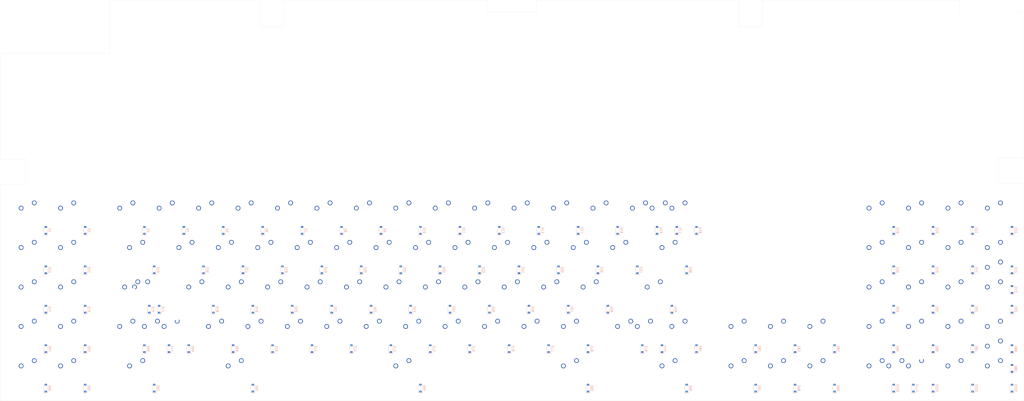
<source format=kicad_pcb>
(kicad_pcb (version 20241229) (generator "pcbnew") (generator_version "9.0")
  (title_block (title "KEYrschwein") (date "2025-12-23") (company "KKLabs"))
  (layers (0 "F.Cu" signal) (2 "B.Cu" signal) (13 "F.Paste" user) (15 "B.Paste" user) (5 "F.SilkS" user "F.Silkscreen") (7 "B.SilkS" user "B.Silkscreen") (1 "F.Mask" user) (3 "B.Mask" user) (25 "Edge.Cuts" user))
  (net 0 "")
  (net 2 "Net-(D1-A)")
  (net 3 "Net-(D2-A)")
  (net 6 "Net-(D3-A)")
  (net 7 "Net-(D4-A)")
  (net 9 "Net-(D5-A)")
  (net 12 "Net-(D6-A)")
  (net 13 "Net-(D7-A)")
  (net 16 "Net-(D8-A)")
  (net 17 "Net-(D9-A)")
  (net 20 "Net-(D10-A)")
  (net 22 "Net-(D11-A)")
  (net 23 "Net-(D12-A)")
  (net 25 "Net-(D13-A)")
  (net 27 "Net-(D14-A)")
  (net 29 "Net-(D15-A)")
  (net 31 "Net-(D16-A)")
  (net 34 "Net-(D17-A)")
  (net 36 "Net-(D18-A)")
  (net 38 "Net-(D19-A)")
  (net 40 "Net-(D20-A)")
  (net 41 "Net-(D21-A)")
  (net 44 "Net-(D22-A)")
  (net 45 "Net-(D23-A)")
  (net 47 "Net-(D24-A)")
  (net 50 "Net-(D25-A)")
  (net 51 "Net-(D26-A)")
  (net 54 "Net-(D27-A)")
  (net 55 "Net-(D28-A)")
  (net 57 "Net-(D29-A)")
  (net 59 "Net-(D30-A)")
  (net 62 "Net-(D31-A)")
  (net 64 "Net-(D32-A)")
  (net 66 "Net-(D33-A)")
  (net 67 "Net-(D34-A)")
  (net 69 "Net-(D35-A)")
  (net 71 "Net-(D36-A)")
  (net 73 "Net-(D37-A)")
  (net 76 "Net-(D38-A)")
  (net 77 "Net-(D39-A)")
  (net 80 "Net-(D40-A)")
  (net 82 "Net-(D41-A)")
  (net 83 "Net-(D42-A)")
  (net 86 "Net-(D43-A)")
  (net 88 "Net-(D44-A)")
  (net 89 "Net-(D45-A)")
  (net 92 "Net-(D46-A)")
  (net 93 "Net-(D47-A)")
  (net 95 "Net-(D48-A)")
  (net 98 "Net-(D49-A)")
  (net 99 "Net-(D50-A)")
  (net 101 "Net-(D51-A)")
  (net 104 "Net-(D52-A)")
  (net 105 "Net-(D53-A)")
  (net 107 "Net-(D54-A)")
  (net 110 "Net-(D55-A)")
  (net 112 "Net-(D56-A)")
  (net 113 "Net-(D57-A)")
  (net 115 "Net-(D58-A)")
  (net 117 "Net-(D59-A)")
  (net 119 "Net-(D60-A)")
  (net 121 "Net-(D61-A)")
  (net 124 "Net-(D62-A)")
  (net 126 "Net-(D63-A)")
  (net 128 "Net-(D64-A)")
  (net 129 "Net-(D65-A)")
  (net 132 "Net-(D66-A)")
  (net 133 "Net-(D67-A)")
  (net 136 "Net-(D68-A)")
  (net 137 "Net-(D69-A)")
  (net 140 "Net-(D70-A)")
  (net 141 "Net-(D71-A)")
  (net 143 "Net-(D72-A)")
  (net 145 "Net-(D73-A)")
  (net 147 "Net-(D74-A)")
  (net 150 "Net-(D75-A)")
  (net 152 "Net-(D76-A)")
  (net 154 "Net-(D77-A)")
  (net 155 "Net-(D78-A)")
  (net 157 "Net-(D79-A)")
  (net 160 "Net-(D80-A)")
  (net 161 "Net-(D81-A)")
  (net 164 "Net-(D82-A)")
  (net 166 "Net-(D83-A)")
  (net 168 "Net-(D84-A)")
  (net 170 "Net-(D85-A)")
  (net 172 "Net-(D86-A)")
  (net 173 "Net-(D87-A)")
  (net 176 "Net-(D88-A)")
  (net 177 "Net-(D89-A)")
  (net 179 "Net-(D90-A)")
  (net 181 "Net-(D91-A)")
  (net 183 "Net-(D92-A)")
  (net 185 "Net-(D93-A)")
  (net 187 "Net-(D94-A)")
  (net 190 "Net-(D95-A)")
  (net 192 "Net-(D96-A)")
  (net 193 "Net-(D97-A)")
  (net 195 "Net-(D98-A)")
  (net 198 "Net-(D99-A)")
  (net 200 "Net-(D100-A)")
  (net 201 "Net-(D101-A)")
  (net 203 "Net-(D102-A)")
  (net 205 "Net-(D103-A)")
  (net 207 "Net-(D104-A)")
  (footprint "My-Fi Footprints:STAB_MX_2.75u" (layer "F.Cu") (at 362.55625 193.96)
    (property "Reference" "S80" (hide yes))
    (property "Value" "MX_stab")
  )
  (footprint "My-Fi Footprints:STAB_MX_2u" (layer "F.Cu") (at 484 213.01)
    (property "Reference" "S101" (hide yes))
    (property "Value" "MX_stab")
  )
  (footprint "My-Fi Footprints:SW_MX_1u" (layer "F.Cu") (at 493.525 155.86)
    (property "Reference" "MX40" (hide yes))
    (property "Value" "MX_SW_solder")
  )
  (footprint "My-Fi Footprints:SW_MX_1u" (layer "F.Cu") (at 64.9 213.01)
    (property "Reference" "MX90" (hide yes))
    (property "Value" "MX_SW_solder")
  )
  (footprint "My-Fi Footprints:SW_MX_1u" (layer "F.Cu") (at 64.9 193.96)
    (property "Reference" "MX64" (hide yes))
    (property "Value" "MX_SW_solder")
  )
  (footprint "My-Fi Footprints:SW_MX_1u" (layer "F.Cu") (at 336.3625 174.91)
    (property "Reference" "MX58" (hide yes))
    (property "Value" "MX_SW_solder")
  )
  (footprint "My-Fi Footprints:SW_MX_1u" (layer "F.Cu") (at 474.475 155.86)
    (property "Reference" "MX39" (hide yes))
    (property "Value" "MX_SW_solder")
  )
  (footprint "My-Fi Footprints:SW_MX_1u" (layer "F.Cu") (at 445.9 213.01)
    (property "Reference" "MX99" (hide yes))
    (property "Value" "MX_SW_solder")
  )
  (footprint "My-Fi Footprints:SW_MX_1u" (layer "F.Cu") (at 531.625 203.485)
    (property "Reference" "MX89" (hide yes))
    (property "Value" "MX_SW_solder")
  )
  (footprint "My-Fi Footprints:SW_MX_1u" (layer "F.Cu") (at 367.31875 174.91)
    (property "Reference" "MX59" (hide yes))
    (property "Value" "MX_SW_solder")
  )
  (footprint "My-Fi Footprints:STAB_MX_2.25u" (layer "F.Cu") (at 367.31875 174.91 180)
    (property "Reference" "S59" (hide yes))
    (property "Value" "MX_stab")
  )
  (footprint "My-Fi Footprints:STAB_MX_2u" (layer "F.Cu") (at 369.7 136.81 180)
    (property "Reference" "S17" (hide yes))
    (property "Value" "MX_stab")
  )
  (footprint "My-Fi Footprints:SW_MX_1u" (layer "F.Cu") (at 141.1 155.86)
    (property "Reference" "MX26" (hide yes))
    (property "Value" "MX_SW_solder")
  )
  (footprint "My-Fi Footprints:SW_MX_1.5u" (layer "F.Cu") (at 374.4625 213.01)
    (property "Reference" "MX96" (hide yes))
    (property "Value" "MX_SW_solder")
  )
  (footprint "My-Fi Footprints:SW_MX_1u" (layer "F.Cu") (at 217.3 155.86)
    (property "Reference" "MX30" (hide yes))
    (property "Value" "MX_SW_solder")
  )
  (footprint "My-Fi Footprints:SW_MX_1u" (layer "F.Cu") (at 474.475 213.01)
    (property "Reference" "MX100" (hide yes))
    (property "Value" "MX_SW_solder")
  )
  (footprint "My-Fi Footprints:SW_MX_1u" (layer "F.Cu") (at 183.9625 174.91)
    (property "Reference" "MX50" (hide yes))
    (property "Value" "MX_SW_solder")
  )
  (footprint "My-Fi Footprints:SW_MX_1u" (layer "F.Cu") (at 484 213.01)
    (property "Reference" "MX101" (hide yes))
    (property "Value" "MX_SW_solder")
  )
  (footprint "My-Fi Footprints:SW_MX_1u" (layer "F.Cu") (at 236.35 155.86)
    (property "Reference" "MX31" (hide yes))
    (property "Value" "MX_SW_solder")
  )
  (footprint "My-Fi Footprints:SW_MX_1u" (layer "F.Cu") (at 426.85 213.01)
    (property "Reference" "MX98" (hide yes))
    (property "Value" "MX_SW_solder")
  )
  (footprint "My-Fi Footprints:SW_MX_1.5u" (layer "F.Cu") (at 164.9125 213.01)
    (property "Reference" "MX93" (hide yes))
    (property "Value" "MX_SW_solder")
  )
  (footprint "My-Fi Footprints:SW_MX_1u" (layer "F.Cu") (at 64.9 174.91)
    (property "Reference" "MX44" (hide yes))
    (property "Value" "MX_SW_solder")
  )
  (footprint "My-Fi Footprints:SW_MX_1u" (layer "F.Cu") (at 188.725 136.81)
    (property "Reference" "MX7" (hide yes))
    (property "Value" "MX_SW_solder")
  )
  (footprint "My-Fi Footprints:SW_MX_1u" (layer "F.Cu") (at 512.575 174.91)
    (property "Reference" "MX62" (hide yes))
    (property "Value" "MX_SW_solder")
  )
  (footprint "My-Fi Footprints:SW_MX_1u" (layer "F.Cu") (at 326.8375 193.96)
    (property "Reference" "MX78" (hide yes))
    (property "Value" "MX_SW_solder")
  )
  (footprint "My-Fi Footprints:SW_MX_1u" (layer "F.Cu") (at 288.7375 193.96)
    (property "Reference" "MX76" (hide yes))
    (property "Value" "MX_SW_solder")
  )
  (footprint "My-Fi Footprints:SW_MX_1u" (layer "F.Cu") (at 362.55625 193.96)
    (property "Reference" "MX80" (hide yes))
    (property "Value" "MX_SW_solder")
  )
  (footprint "My-Fi Footprints:SW_MX_1u" (layer "F.Cu") (at 150.625 136.81)
    (property "Reference" "MX5" (hide yes))
    (property "Value" "MX_SW_solder")
  )
  (footprint "My-Fi Footprints:SW_MX_1u" (layer "F.Cu") (at 360.175 136.81)
    (property "Reference" "MX16" (hide yes))
    (property "Value" "MX_SW_solder")
  )
  (footprint "My-Fi Footprints:SW_MX_1u" (layer "F.Cu") (at 83.95 136.81)
    (property "Reference" "MX2" (hide yes))
    (property "Value" "MX_SW_solder")
  )
  (footprint "My-Fi Footprints:SW_MX_1u" (layer "F.Cu") (at 222.0625 174.91)
    (property "Reference" "MX52" (hide yes))
    (property "Value" "MX_SW_solder")
  )
  (footprint "My-Fi Footprints:SW_MX_1u" (layer "F.Cu") (at 512.575 155.86)
    (property "Reference" "MX41" (hide yes))
    (property "Value" "MX_SW_solder")
  )
  (footprint "My-Fi Footprints:SW_MX_1u" (layer "F.Cu") (at 226.825 136.81)
    (property "Reference" "MX9" (hide yes))
    (property "Value" "MX_SW_solder")
  )
  (footprint "My-Fi Footprints:SW_MX_1u" (layer "F.Cu") (at 283.975 136.81)
    (property "Reference" "MX12" (hide yes))
    (property "Value" "MX_SW_solder")
  )
  (footprint "My-Fi Footprints:SW_MX_1u" (layer "F.Cu") (at 112.525 193.96)
    (property "Reference" "MX66" (hide yes))
    (property "Value" "MX_SW_solder")
  )
  (footprint "My-Fi Footprints:STAB_MX_2u" (layer "F.Cu") (at 531.625 203.485 -90)
    (property "Reference" "S89" (hide yes))
    (property "Value" "MX_stab")
  )
  (footprint "My-Fi Footprints:SW_MX_1u" (layer "F.Cu") (at 164.9125 174.91)
    (property "Reference" "MX49" (hide yes))
    (property "Value" "MX_SW_solder")
  )
  (footprint "My-Fi Footprints:SW_MX_1u" (layer "F.Cu") (at 369.7 136.81)
    (property "Reference" "MX17" (hide yes))
    (property "Value" "MX_SW_solder")
  )
  (footprint "My-Fi Footprints:SW_MX_1u" (layer "F.Cu") (at 474.475 136.81)
    (property "Reference" "MX19" (hide yes))
    (property "Value" "MX_SW_solder")
  )
  (footprint "My-Fi Footprints:SW_MX_1u" (layer "F.Cu") (at 250.6375 193.96)
    (property "Reference" "MX74" (hide yes))
    (property "Value" "MX_SW_solder")
  )
  (footprint "My-Fi Footprints:SW_MX_1u" (layer "F.Cu") (at 322.075 136.81)
    (property "Reference" "MX14" (hide yes))
    (property "Value" "MX_SW_solder")
  )
  (footprint "My-Fi Footprints:SW_MX_1u" (layer "F.Cu") (at 193.4875 193.96)
    (property "Reference" "MX71" (hide yes))
    (property "Value" "MX_SW_solder")
  )
  (footprint "My-Fi Footprints:SW_MX_1u" (layer "F.Cu") (at 531.625 213.01)
    (property "Reference" "MX104" (hide yes))
    (property "Value" "MX_SW_solder")
  )
  (footprint "My-Fi Footprints:SW_MX_1u" (layer "F.Cu") (at 350.65 155.86)
    (property "Reference" "MX37" (hide yes))
    (property "Value" "MX_SW_solder")
  )
  (footprint "My-Fi Footprints:STAB_MX_2.25u" (layer "F.Cu") (at 124.43125 193.96)
    (property "Reference" "S67" (hide yes))
    (property "Value" "MX_stab")
  )
  (footprint "My-Fi Footprints:SW_MX_1u" (layer "F.Cu") (at 531.625 193.96)
    (property "Reference" "MX88" (hide yes))
    (property "Value" "MX_SW_solder")
  )
  (footprint "My-Fi Footprints:SW_MX_1u" (layer "F.Cu") (at 474.475 193.96)
    (property "Reference" "MX85" (hide yes))
    (property "Value" "MX_SW_solder")
  )
  (footprint "My-Fi Footprints:SW_MX_1u" (layer "F.Cu") (at 245.875 213.01)
    (property "Reference" "MX94" (hide yes))
    (property "Value" "MX_SW_solder")
  )
  (footprint "My-Fi Footprints:SW_MX_1.75u" (layer "F.Cu") (at 119.66875 174.91)
    (property "Reference" "MX47" (hide yes))
    (property "Value" "MX_SW_solder")
  )
  (footprint "My-Fi Footprints:STAB_MX_7u" (layer "F.Cu") (at 245.875 213.01)
    (property "Reference" "S94" (hide yes))
    (property "Value" "MX_stab")
  )
  (footprint "My-Fi Footprints:SW_MX_1.75u_STP_1.25" (layer "F.Cu") (at 114.90625 174.91)
    (property "Reference" "MX46" (hide yes))
    (property "Value" "MX_SW_solder")
  )
  (footprint "My-Fi Footprints:SW_MX_1u" (layer "F.Cu") (at 531.625 174.91)
    (property "Reference" "MX63" (hide yes))
    (property "Value" "MX_SW_solder")
  )
  (footprint "My-Fi Footprints:SW_MX_1u" (layer "F.Cu") (at 269.6875 193.96)
    (property "Reference" "MX75" (hide yes))
    (property "Value" "MX_SW_solder")
  )
  (footprint "My-Fi Footprints:SW_MX_1u" (layer "F.Cu") (at 493.525 174.91)
    (property "Reference" "MX61" (hide yes))
    (property "Value" "MX_SW_solder")
  )
  (footprint "My-Fi Footprints:SW_MX_1u" (layer "F.Cu") (at 341.125 136.81)
    (property "Reference" "MX15" (hide yes))
    (property "Value" "MX_SW_solder")
  )
  (footprint "My-Fi Footprints:SW_MX_1u" (layer "F.Cu") (at 264.925 136.81)
    (property "Reference" "MX11" (hide yes))
    (property "Value" "MX_SW_solder")
  )
  (footprint "My-Fi Footprints:SW_MX_1.5u" (layer "F.Cu") (at 326.8375 213.01)
    (property "Reference" "MX95" (hide yes))
    (property "Value" "MX_SW_solder")
  )
  (footprint "My-Fi Footprints:SW_MX_1u" (layer "F.Cu") (at 124.43125 193.96)
    (property "Reference" "MX67" (hide yes))
    (property "Value" "MX_SW_solder")
  )
  (footprint "My-Fi Footprints:SW_MX_1u" (layer "F.Cu") (at 493.525 193.96)
    (property "Reference" "MX86" (hide yes))
    (property "Value" "MX_SW_solder")
  )
  (footprint "My-Fi Footprints:SW_MX_1u" (layer "F.Cu") (at 531.625 136.81)
    (property "Reference" "MX22" (hide yes))
    (property "Value" "MX_SW_solder")
  )
  (footprint "My-Fi Footprints:SW_MX_1u" (layer "F.Cu") (at 207.775 136.81)
    (property "Reference" "MX8" (hide yes))
    (property "Value" "MX_SW_solder")
  )
  (footprint "My-Fi Footprints:SW_MX_1u" (layer "F.Cu") (at 512.575 193.96)
    (property "Reference" "MX87" (hide yes))
    (property "Value" "MX_SW_solder")
  )
  (footprint "My-Fi Footprints:SW_MX_1.5u" (layer "F.Cu") (at 374.4625 155.86)
    (property "Reference" "MX38" (hide yes))
    (property "Value" "MX_SW_solder")
  )
  (footprint "My-Fi Footprints:SW_MX_1.5u" (layer "F.Cu") (at 117.2875 155.86)
    (property "Reference" "MX25" (hide yes))
    (property "Value" "MX_SW_solder")
  )
  (footprint "My-Fi Footprints:SW_MX_1u" (layer "F.Cu") (at 241.1125 174.91)
    (property "Reference" "MX53" (hide yes))
    (property "Value" "MX_SW_solder")
  )
  (footprint "My-Fi Footprints:SW_MX_1.5u" (layer "F.Cu") (at 117.2875 213.01)
    (property "Reference" "MX92" (hide yes))
    (property "Value" "MX_SW_solder")
  )
  (footprint "My-Fi Footprints:SW_MX_1u" (layer "F.Cu") (at 293.5 155.86)
    (property "Reference" "MX34" (hide yes))
    (property "Value" "MX_SW_solder")
  )
  (footprint "My-Fi Footprints:SW_MX_1u" (layer "F.Cu") (at 112.525 136.81)
    (property "Reference" "MX3" (hide yes))
    (property "Value" "MX_SW_solder")
  )
  (footprint "My-Fi Footprints:SW_MX_1u" (layer "F.Cu") (at 255.4 155.86)
    (property "Reference" "MX32" (hide yes))
    (property "Value" "MX_SW_solder")
  )
  (footprint "My-Fi Footprints:SW_MX_1u" (layer "F.Cu") (at 379.225 136.81)
    (property "Reference" "MX18" (hide yes))
    (property "Value" "MX_SW_solder")
  )
  (footprint "My-Fi Footprints:SW_MX_1u" (layer "F.Cu") (at 331.6 155.86)
    (property "Reference" "MX36" (hide yes))
    (property "Value" "MX_SW_solder")
  )
  (footprint "My-Fi Footprints:SW_MX_1u" (layer "F.Cu") (at 531.625 165.385)
    (property "Reference" "MX43" (hide yes))
    (property "Value" "MX_SW_solder")
  )
  (footprint "My-Fi Footprints:SW_MX_1u" (layer "F.Cu") (at 303.025 136.81)
    (property "Reference" "MX13" (hide yes))
    (property "Value" "MX_SW_solder")
  )
  (footprint "My-Fi Footprints:SW_MX_1u" (layer "F.Cu") (at 493.525 136.81)
    (property "Reference" "MX20" (hide yes))
    (property "Value" "MX_SW_solder")
  )
  (footprint "My-Fi Footprints:SW_MX_1.75u" (layer "F.Cu") (at 353.03125 193.96)
    (property "Reference" "MX79" (hide yes))
    (property "Value" "MX_SW_solder")
  )
  (footprint "My-Fi Footprints:SW_MX_1u" (layer "F.Cu") (at 131.575 136.81)
    (property "Reference" "MX4" (hide yes))
    (property "Value" "MX_SW_solder")
  )
  (footprint "My-Fi Footprints:SW_MX_1.25u" (layer "F.Cu") (at 133.95625 193.96)
    (property "Reference" "MX68" (hide yes))
    (property "Value" "MX_SW_solder")
  )
  (footprint "My-Fi Footprints:SW_MX_1u" (layer "F.Cu") (at 83.95 213.01)
    (property "Reference" "MX91" (hide yes))
    (property "Value" "MX_SW_solder")
  )
  (footprint "My-Fi Footprints:SW_MX_1u" (layer "F.Cu") (at 203.0125 174.91)
    (property "Reference" "MX51" (hide yes))
    (property "Value" "MX_SW_solder")
  )
  (footprint "My-Fi Footprints:SW_MX_1u" (layer "F.Cu") (at 317.3125 174.91)
    (property "Reference" "MX57" (hide yes))
    (property "Value" "MX_SW_solder")
  )
  (footprint "My-Fi Footprints:SW_MX_1u" (layer "F.Cu") (at 83.95 155.86)
    (property "Reference" "MX24" (hide yes))
    (property "Value" "MX_SW_solder")
  )
  (footprint "My-Fi Footprints:SW_MX_1u" (layer "F.Cu") (at 245.875 136.81)
    (property "Reference" "MX10" (hide yes))
    (property "Value" "MX_SW_solder")
  )
  (footprint "My-Fi Footprints:SW_MX_1u" (layer "F.Cu") (at 83.95 174.91)
    (property "Reference" "MX45" (hide yes))
    (property "Value" "MX_SW_solder")
  )
  (footprint "My-Fi Footprints:SW_MX_1u" (layer "F.Cu") (at 312.55 155.86)
    (property "Reference" "MX35" (hide yes))
    (property "Value" "MX_SW_solder")
  )
  (footprint "My-Fi Footprints:SW_MX_1u" (layer "F.Cu") (at 379.225 193.96)
    (property "Reference" "MX81" (hide yes))
    (property "Value" "MX_SW_solder")
  )
  (footprint "My-Fi Footprints:SW_MX_1u" (layer "F.Cu") (at 212.5375 193.96)
    (property "Reference" "MX72" (hide yes))
    (property "Value" "MX_SW_solder")
  )
  (footprint "My-Fi Footprints:SW_MX_1u" (layer "F.Cu") (at 231.5875 193.96)
    (property "Reference" "MX73" (hide yes))
    (property "Value" "MX_SW_solder")
  )
  (footprint "My-Fi Footprints:SW_MX_1u" (layer "F.Cu") (at 198.25 155.86)
    (property "Reference" "MX29" (hide yes))
    (property "Value" "MX_SW_solder")
  )
  (footprint "My-Fi Footprints:SW_MX_1u" (layer "F.Cu") (at 83.95 193.96)
    (property "Reference" "MX65" (hide yes))
    (property "Value" "MX_SW_solder")
  )
  (footprint "My-Fi Footprints:SW_MX_1u" (layer "F.Cu") (at 179.2 155.86)
    (property "Reference" "MX28" (hide yes))
    (property "Value" "MX_SW_solder")
  )
  (footprint "My-Fi Footprints:STAB_MX_2u" (layer "F.Cu") (at 531.625 165.385 -90)
    (property "Reference" "S43" (hide yes))
    (property "Value" "MX_stab")
  )
  (footprint "My-Fi Footprints:SW_MX_1u" (layer "F.Cu") (at 307.7875 193.96)
    (property "Reference" "MX77" (hide yes))
    (property "Value" "MX_SW_solder")
  )
  (footprint "My-Fi Footprints:SW_MX_1u" (layer "F.Cu") (at 512.575 213.01)
    (property "Reference" "MX103" (hide yes))
    (property "Value" "MX_SW_solder")
  )
  (footprint "My-Fi Footprints:SW_MX_1u" (layer "F.Cu") (at 298.2625 174.91)
    (property "Reference" "MX56" (hide yes))
    (property "Value" "MX_SW_solder")
  )
  (footprint "My-Fi Footprints:SW_MX_1u" (layer "F.Cu") (at 64.9 155.86)
    (property "Reference" "MX23" (hide yes))
    (property "Value" "MX_SW_solder")
  )
  (footprint "My-Fi Footprints:SW_MX_1u" (layer "F.Cu") (at 260.1625 174.91)
    (property "Reference" "MX54" (hide yes))
    (property "Value" "MX_SW_solder")
  )
  (footprint "My-Fi Footprints:SW_MX_1u" (layer "F.Cu") (at 407.8 213.01)
    (property "Reference" "MX97" (hide yes))
    (property "Value" "MX_SW_solder")
  )
  (footprint "My-Fi Footprints:SW_MX_1u" (layer "F.Cu") (at 474.475 174.91)
    (property "Reference" "MX60" (hide yes))
    (property "Value" "MX_SW_solder")
  )
  (footprint "My-Fi Footprints:SW_MX_1u" (layer "F.Cu") (at 169.675 136.81)
    (property "Reference" "MX6" (hide yes))
    (property "Value" "MX_SW_solder")
  )
  (footprint "My-Fi Footprints:SW_MX_1u" (layer "F.Cu") (at 160.15 155.86)
    (property "Reference" "MX27" (hide yes))
    (property "Value" "MX_SW_solder")
  )
  (footprint "My-Fi Footprints:SW_MX_1u" (layer "F.Cu") (at 493.525 213.01)
    (property "Reference" "MX102" (hide yes))
    (property "Value" "MX_SW_solder")
  )
  (footprint "My-Fi Footprints:SW_MX_1u" (layer "F.Cu") (at 64.9 136.81)
    (property "Reference" "MX1" (hide yes))
    (property "Value" "MX_SW_solder")
  )
  (footprint "My-Fi Footprints:SW_MX_1u" (layer "F.Cu") (at 407.8 193.96)
    (property "Reference" "MX82" (hide yes))
    (property "Value" "MX_SW_solder")
  )
  (footprint "My-Fi Footprints:SW_MX_1u" (layer "F.Cu") (at 174.4375 193.96)
    (property "Reference" "MX70" (hide yes))
    (property "Value" "MX_SW_solder")
  )
  (footprint "My-Fi Footprints:SW_MX_1u" (layer "F.Cu") (at 512.575 136.81)
    (property "Reference" "MX21" (hide yes))
    (property "Value" "MX_SW_solder")
  )
  (footprint "My-Fi Footprints:SW_MX_1u" (layer "F.Cu") (at 279.2125 174.91)
    (property "Reference" "MX55" (hide yes))
    (property "Value" "MX_SW_solder")
  )
  (footprint "My-Fi Footprints:SW_MX_1u" (layer "F.Cu") (at 445.9 193.96)
    (property "Reference" "MX84" (hide yes))
    (property "Value" "MX_SW_solder")
  )
  (footprint "My-Fi Footprints:SW_MX_1u" (layer "F.Cu") (at 145.8625 174.91)
    (property "Reference" "MX48" (hide yes))
    (property "Value" "MX_SW_solder")
  )
  (footprint "My-Fi Footprints:SW_MX_1u" (layer "F.Cu") (at 531.625 155.86)
    (property "Reference" "MX42" (hide yes))
    (property "Value" "MX_SW_solder")
  )
  (footprint "My-Fi Footprints:SW_MX_1u" (layer "F.Cu") (at 155.3875 193.96)
    (property "Reference" "MX69" (hide yes))
    (property "Value" "MX_SW_solder")
  )
  (footprint "My-Fi Footprints:SW_MX_1u" (layer "F.Cu") (at 426.85 193.96)
    (property "Reference" "MX83" (hide yes))
    (property "Value" "MX_SW_solder")
  )
  (footprint "My-Fi Footprints:SW_MX_1u" (layer "F.Cu") (at 274.45 155.86)
    (property "Reference" "MX33" (hide yes))
    (property "Value" "MX_SW_solder")
  )
  (footprint "Diode_SMD:D_SOD-123" (layer "B.Cu") (at 370.65625 202.149999 90)
    (property "Reference" "D80")
    (property "Value" "1N4148")
  )
  (footprint "Diode_SMD:D_SOD-123" (layer "B.Cu") (at 330.175 144.999999 90)
    (property "Reference" "D14")
    (property "Value" "1N4148")
  )
  (footprint "Diode_SMD:D_SOD-123" (layer "B.Cu") (at 539.725 221.199999 90)
    (property "Reference" "D104")
    (property "Value" "1N4148")
  )
  (footprint "Diode_SMD:D_SOD-123" (layer "B.Cu") (at 382.5625 164.049999 90)
    (property "Reference" "D38")
    (property "Value" "1N4148")
  )
  (footprint "Diode_SMD:D_SOD-123" (layer "B.Cu") (at 306.3625 183.099999 90)
    (property "Reference" "D56")
    (property "Value" "1N4148")
  )
  (footprint "Diode_SMD:D_SOD-123" (layer "B.Cu") (at 377.8 144.999999 90)
    (property "Reference" "D17")
    (property "Value" "1N4148")
  )
  (footprint "Diode_SMD:D_SOD-123" (layer "B.Cu") (at 120.625 202.149999 90)
    (property "Reference" "D66")
    (property "Value" "1N4148")
  )
  (footprint "Diode_SMD:D_SOD-123" (layer "B.Cu") (at 539.725 183.099999 90)
    (property "Reference" "D63")
    (property "Value" "1N4148")
  )
  (footprint "Diode_SMD:D_SOD-123" (layer "B.Cu") (at 73 221.199999 90)
    (property "Reference" "D90")
    (property "Value" "1N4148")
  )
  (footprint "Diode_SMD:D_SOD-123" (layer "B.Cu") (at 73 144.999999 90)
    (property "Reference" "D1")
    (property "Value" "1N4148")
  )
  (footprint "Diode_SMD:D_SOD-123" (layer "B.Cu") (at 501.625 164.049999 90)
    (property "Reference" "D40")
    (property "Value" "1N4148")
  )
  (footprint "Diode_SMD:D_SOD-123" (layer "B.Cu") (at 206.35 164.049999 90)
    (property "Reference" "D29")
    (property "Value" "1N4148")
  )
  (footprint "Diode_SMD:D_SOD-123" (layer "B.Cu") (at 249.2125 183.099999 90)
    (property "Reference" "D53")
    (property "Value" "1N4148")
  )
  (footprint "Diode_SMD:D_SOD-123" (layer "B.Cu") (at 158.725 144.999999 90)
    (property "Reference" "D5")
    (property "Value" "1N4148")
  )
  (footprint "Diode_SMD:D_SOD-123" (layer "B.Cu") (at 482.575 144.999999 90)
    (property "Reference" "D19")
    (property "Value" "1N4148")
  )
  (footprint "Diode_SMD:D_SOD-123" (layer "B.Cu") (at 282.55 164.049999 90)
    (property "Reference" "D33")
    (property "Value" "1N4148")
  )
  (footprint "Diode_SMD:D_SOD-123" (layer "B.Cu") (at 177.775 144.999999 90)
    (property "Reference" "D6")
    (property "Value" "1N4148")
  )
  (footprint "Diode_SMD:D_SOD-123" (layer "B.Cu") (at 73 164.049999 90)
    (property "Reference" "D23")
    (property "Value" "1N4148")
  )
  (footprint "Diode_SMD:D_SOD-123" (layer "B.Cu") (at 92.05 202.149999 90)
    (property "Reference" "D65")
    (property "Value" "1N4148")
  )
  (footprint "Diode_SMD:D_SOD-123" (layer "B.Cu") (at 520.675 144.999999 90)
    (property "Reference" "D21")
    (property "Value" "1N4148")
  )
  (footprint "Diode_SMD:D_SOD-123" (layer "B.Cu") (at 125.3875 164.049999 90)
    (property "Reference" "D25")
    (property "Value" "1N4148")
  )
  (footprint "Diode_SMD:D_SOD-123" (layer "B.Cu") (at 492.1 221.199999 90)
    (property "Reference" "D101")
    (property "Value" "1N4148")
  )
  (footprint "Diode_SMD:D_SOD-123" (layer "B.Cu") (at 311.125 144.999999 90)
    (property "Reference" "D13")
    (property "Value" "1N4148")
  )
  (footprint "Diode_SMD:D_SOD-123" (layer "B.Cu") (at 268.2625 183.099999 90)
    (property "Reference" "D54")
    (property "Value" "1N4148")
  )
  (footprint "Diode_SMD:D_SOD-123" (layer "B.Cu") (at 182.5375 202.149999 90)
    (property "Reference" "D70")
    (property "Value" "1N4148")
  )
  (footprint "Diode_SMD:D_SOD-123" (layer "B.Cu") (at 454 221.199999 90)
    (property "Reference" "D99")
    (property "Value" "1N4148")
  )
  (footprint "Diode_SMD:D_SOD-123" (layer "B.Cu") (at 501.625 202.149999 90)
    (property "Reference" "D86")
    (property "Value" "1N4148")
  )
  (footprint "Diode_SMD:D_SOD-123" (layer "B.Cu") (at 73 202.149999 90)
    (property "Reference" "D64")
    (property "Value" "1N4148")
  )
  (footprint "Diode_SMD:D_SOD-123" (layer "B.Cu") (at 132.53125 202.149999 90)
    (property "Reference" "D67")
    (property "Value" "1N4148")
  )
  (footprint "Diode_SMD:D_SOD-123" (layer "B.Cu") (at 520.675 221.199999 90)
    (property "Reference" "D103")
    (property "Value" "1N4148")
  )
  (footprint "Diode_SMD:D_SOD-123" (layer "B.Cu") (at 501.625 221.199999 90)
    (property "Reference" "D102")
    (property "Value" "1N4148")
  )
  (footprint "Diode_SMD:D_SOD-123" (layer "B.Cu") (at 539.725 144.999999 90)
    (property "Reference" "D22")
    (property "Value" "1N4148")
  )
  (footprint "Diode_SMD:D_SOD-123" (layer "B.Cu") (at 201.5875 202.149999 90)
    (property "Reference" "D71")
    (property "Value" "1N4148")
  )
  (footprint "Diode_SMD:D_SOD-123" (layer "B.Cu") (at 387.325 202.149999 90)
    (property "Reference" "D81")
    (property "Value" "1N4148")
  )
  (footprint "Diode_SMD:D_SOD-123" (layer "B.Cu") (at 501.625 144.999999 90)
    (property "Reference" "D20")
    (property "Value" "1N4148")
  )
  (footprint "Diode_SMD:D_SOD-123" (layer "B.Cu") (at 277.7875 202.149999 90)
    (property "Reference" "D75")
    (property "Value" "1N4148")
  )
  (footprint "Diode_SMD:D_SOD-123" (layer "B.Cu") (at 320.65 164.049999 90)
    (property "Reference" "D35")
    (property "Value" "1N4148")
  )
  (footprint "Diode_SMD:D_SOD-123" (layer "B.Cu") (at 387.325 144.999999 90)
    (property "Reference" "D18")
    (property "Value" "1N4148")
  )
  (footprint "Diode_SMD:D_SOD-123" (layer "B.Cu") (at 120.625 144.999999 90)
    (property "Reference" "D3")
    (property "Value" "1N4148")
  )
  (footprint "Diode_SMD:D_SOD-123" (layer "B.Cu") (at 325.4125 183.099999 90)
    (property "Reference" "D57")
    (property "Value" "1N4148")
  )
  (footprint "Diode_SMD:D_SOD-123" (layer "B.Cu") (at 334.9375 221.199999 90)
    (property "Reference" "D95")
    (property "Value" "1N4148")
  )
  (footprint "Diode_SMD:D_SOD-123" (layer "B.Cu") (at 173.0125 221.199999 90)
    (property "Reference" "D93")
    (property "Value" "1N4148")
  )
  (footprint "Diode_SMD:D_SOD-123" (layer "B.Cu") (at 334.9375 202.149999 90)
    (property "Reference" "D78")
    (property "Value" "1N4148")
  )
  (footprint "Diode_SMD:D_SOD-123" (layer "B.Cu") (at 434.95 202.149999 90)
    (property "Reference" "D83")
    (property "Value" "1N4148")
  )
  (footprint "Diode_SMD:D_SOD-123" (layer "B.Cu") (at 358.75 164.049999 90)
    (property "Reference" "D37")
    (property "Value" "1N4148")
  )
  (footprint "Diode_SMD:D_SOD-123" (layer "B.Cu") (at 315.8875 202.149999 90)
    (property "Reference" "D77")
    (property "Value" "1N4148")
  )
  (footprint "Diode_SMD:D_SOD-123" (layer "B.Cu") (at 92.05 164.049999 90)
    (property "Reference" "D24")
    (property "Value" "1N4148")
  )
  (footprint "Diode_SMD:D_SOD-123" (layer "B.Cu") (at 149.2 164.049999 90)
    (property "Reference" "D26")
    (property "Value" "1N4148")
  )
  (footprint "Diode_SMD:D_SOD-123" (layer "B.Cu") (at 263.5 164.049999 90)
    (property "Reference" "D32")
    (property "Value" "1N4148")
  )
  (footprint "Diode_SMD:D_SOD-123" (layer "B.Cu") (at 520.675 202.149999 90)
    (property "Reference" "D87")
    (property "Value" "1N4148")
  )
  (footprint "Diode_SMD:D_SOD-123" (layer "B.Cu") (at 244.45 164.049999 90)
    (property "Reference" "D31")
    (property "Value" "1N4148")
  )
  (footprint "Diode_SMD:D_SOD-123" (layer "B.Cu") (at 73 183.099999 90)
    (property "Reference" "D44")
    (property "Value" "1N4148")
  )
  (footprint "Diode_SMD:D_SOD-123" (layer "B.Cu") (at 375.41875 183.099999 90)
    (property "Reference" "D59")
    (property "Value" "1N4148")
  )
  (footprint "Diode_SMD:D_SOD-123" (layer "B.Cu") (at 196.825 144.999999 90)
    (property "Reference" "D7")
    (property "Value" "1N4148")
  )
  (footprint "Diode_SMD:D_SOD-123" (layer "B.Cu") (at 501.625 183.099999 90)
    (property "Reference" "D61")
    (property "Value" "1N4148")
  )
  (footprint "Diode_SMD:D_SOD-123" (layer "B.Cu") (at 482.575 183.099999 90)
    (property "Reference" "D60")
    (property "Value" "1N4148")
  )
  (footprint "Diode_SMD:D_SOD-123" (layer "B.Cu") (at 139.675 144.999999 90)
    (property "Reference" "D4")
    (property "Value" "1N4148")
  )
  (footprint "Diode_SMD:D_SOD-123" (layer "B.Cu") (at 187.3 164.049999 90)
    (property "Reference" "D28")
    (property "Value" "1N4148")
  )
  (footprint "Diode_SMD:D_SOD-123" (layer "B.Cu") (at 539.725 164.049999 90)
    (property "Reference" "D42")
    (property "Value" "1N4148")
  )
  (footprint "Diode_SMD:D_SOD-123" (layer "B.Cu") (at 415.9 202.149999 90)
    (property "Reference" "D82")
    (property "Value" "1N4148")
  )
  (footprint "Diode_SMD:D_SOD-123" (layer "B.Cu") (at 520.675 183.099999 90)
    (property "Reference" "D62")
    (property "Value" "1N4148")
  )
  (footprint "Diode_SMD:D_SOD-123" (layer "B.Cu") (at 211.1125 183.099999 90)
    (property "Reference" "D51")
    (property "Value" "1N4148")
  )
  (footprint "Diode_SMD:D_SOD-123" (layer "B.Cu") (at 192.0625 183.099999 90)
    (property "Reference" "D50")
    (property "Value" "1N4148")
  )
  (footprint "Diode_SMD:D_SOD-123" (layer "B.Cu") (at 520.675 164.049999 90)
    (property "Reference" "D41")
    (property "Value" "1N4148")
  )
  (footprint "Diode_SMD:D_SOD-123" (layer "B.Cu") (at 230.1625 183.099999 90)
    (property "Reference" "D52")
    (property "Value" "1N4148")
  )
  (footprint "Diode_SMD:D_SOD-123" (layer "B.Cu") (at 482.575 221.199999 90)
    (property "Reference" "D100")
    (property "Value" "1N4148")
  )
  (footprint "Diode_SMD:D_SOD-123" (layer "B.Cu") (at 273.025 144.999999 90)
    (property "Reference" "D11")
    (property "Value" "1N4148")
  )
  (footprint "Diode_SMD:D_SOD-123" (layer "B.Cu") (at 482.575 202.149999 90)
    (property "Reference" "D85")
    (property "Value" "1N4148")
  )
  (footprint "Diode_SMD:D_SOD-123" (layer "B.Cu") (at 454 202.149999 90)
    (property "Reference" "D84")
    (property "Value" "1N4148")
  )
  (footprint "Diode_SMD:D_SOD-123" (layer "B.Cu") (at 287.3125 183.099999 90)
    (property "Reference" "D55")
    (property "Value" "1N4148")
  )
  (footprint "Diode_SMD:D_SOD-123" (layer "B.Cu") (at 253.975 221.199999 90)
    (property "Reference" "D94")
    (property "Value" "1N4148")
  )
  (footprint "Diode_SMD:D_SOD-123" (layer "B.Cu") (at 382.5625 221.199999 90)
    (property "Reference" "D96")
    (property "Value" "1N4148")
  )
  (footprint "Diode_SMD:D_SOD-123" (layer "B.Cu") (at 123.00625 183.099999 90)
    (property "Reference" "D46")
    (property "Value" "1N4148")
  )
  (footprint "Diode_SMD:D_SOD-123" (layer "B.Cu") (at 258.7375 202.149999 90)
    (property "Reference" "D74")
    (property "Value" "1N4148")
  )
  (footprint "Diode_SMD:D_SOD-123" (layer "B.Cu") (at 301.6 164.049999 90)
    (property "Reference" "D34")
    (property "Value" "1N4148")
  )
  (footprint "Diode_SMD:D_SOD-123" (layer "B.Cu") (at 127.76875 183.099999 90)
    (property "Reference" "D47")
    (property "Value" "1N4148")
  )
  (footprint "Diode_SMD:D_SOD-123" (layer "B.Cu") (at 163.4875 202.149999 90)
    (property "Reference" "D69")
    (property "Value" "1N4148")
  )
  (footprint "Diode_SMD:D_SOD-123" (layer "B.Cu") (at 142.05625 202.149999 90)
    (property "Reference" "D68")
    (property "Value" "1N4148")
  )
  (footprint "Diode_SMD:D_SOD-123" (layer "B.Cu") (at 415.9 221.199999 90)
    (property "Reference" "D97")
    (property "Value" "1N4148")
  )
  (footprint "Diode_SMD:D_SOD-123" (layer "B.Cu") (at 239.6875 202.149999 90)
    (property "Reference" "D73")
    (property "Value" "1N4148")
  )
  (footprint "Diode_SMD:D_SOD-123" (layer "B.Cu") (at 173.0125 183.099999 90)
    (property "Reference" "D49")
    (property "Value" "1N4148")
  )
  (footprint "Diode_SMD:D_SOD-123" (layer "B.Cu") (at 349.225 144.999999 90)
    (property "Reference" "D15")
    (property "Value" "1N4148")
  )
  (footprint "Diode_SMD:D_SOD-123" (layer "B.Cu") (at 434.95 221.199999 90)
    (property "Reference" "D98")
    (property "Value" "1N4148")
  )
  (footprint "Diode_SMD:D_SOD-123" (layer "B.Cu") (at 92.05 144.999999 90)
    (property "Reference" "D2")
    (property "Value" "1N4148")
  )
  (footprint "Diode_SMD:D_SOD-123" (layer "B.Cu") (at 234.925 144.999999 90)
    (property "Reference" "D9")
    (property "Value" "1N4148")
  )
  (footprint "Diode_SMD:D_SOD-123" (layer "B.Cu") (at 361.13125 202.149999 90)
    (property "Reference" "D79")
    (property "Value" "1N4148")
  )
  (footprint "Diode_SMD:D_SOD-123" (layer "B.Cu") (at 125.3875 221.199999 90)
    (property "Reference" "D92")
    (property "Value" "1N4148")
  )
  (footprint "Diode_SMD:D_SOD-123" (layer "B.Cu") (at 539.725 211.674999 90)
    (property "Reference" "D89")
    (property "Value" "1N4148")
  )
  (footprint "Diode_SMD:D_SOD-123" (layer "B.Cu") (at 92.05 221.199999 90)
    (property "Reference" "D91")
    (property "Value" "1N4148")
  )
  (footprint "Diode_SMD:D_SOD-123" (layer "B.Cu") (at 368.275 144.999999 90)
    (property "Reference" "D16")
    (property "Value" "1N4148")
  )
  (footprint "Diode_SMD:D_SOD-123" (layer "B.Cu") (at 539.725 202.149999 90)
    (property "Reference" "D88")
    (property "Value" "1N4148")
  )
  (footprint "Diode_SMD:D_SOD-123" (layer "B.Cu") (at 215.875 144.999999 90)
    (property "Reference" "D8")
    (property "Value" "1N4148")
  )
  (footprint "Diode_SMD:D_SOD-123" (layer "B.Cu") (at 92.05 183.099999 90)
    (property "Reference" "D45")
    (property "Value" "1N4148")
  )
  (footprint "Diode_SMD:D_SOD-123" (layer "B.Cu") (at 253.975 144.999999 90)
    (property "Reference" "D10")
    (property "Value" "1N4148")
  )
  (footprint "Diode_SMD:D_SOD-123" (layer "B.Cu") (at 296.8375 202.149999 90)
    (property "Reference" "D76")
    (property "Value" "1N4148")
  )
  (footprint "Diode_SMD:D_SOD-123" (layer "B.Cu") (at 482.575 164.049999 90)
    (property "Reference" "D39")
    (property "Value" "1N4148")
  )
  (footprint "Diode_SMD:D_SOD-123" (layer "B.Cu") (at 539.725 173.574999 90)
    (property "Reference" "D43")
    (property "Value" "1N4148")
  )
  (footprint "Diode_SMD:D_SOD-123" (layer "B.Cu") (at 344.4625 183.099999 90)
    (property "Reference" "D58")
    (property "Value" "1N4148")
  )
  (footprint "Diode_SMD:D_SOD-123" (layer "B.Cu") (at 339.7 164.049999 90)
    (property "Reference" "D36")
    (property "Value" "1N4148")
  )
  (footprint "Diode_SMD:D_SOD-123" (layer "B.Cu") (at 168.25 164.049999 90)
    (property "Reference" "D27")
    (property "Value" "1N4148")
  )
  (footprint "Diode_SMD:D_SOD-123" (layer "B.Cu") (at 225.4 164.049999 90)
    (property "Reference" "D30")
    (property "Value" "1N4148")
  )
  (footprint "Diode_SMD:D_SOD-123" (layer "B.Cu") (at 292.075 144.999999 90)
    (property "Reference" "D12")
    (property "Value" "1N4148")
  )
  (footprint "Diode_SMD:D_SOD-123" (layer "B.Cu") (at 220.6375 202.149999 90)
    (property "Reference" "D72")
    (property "Value" "1N4148")
  )
  (footprint "Diode_SMD:D_SOD-123" (layer "B.Cu") (at 153.9625 183.099999 90)
    (property "Reference" "D48")
    (property "Value" "1N4148")
  )
  (gr_line (start 419.1066 33.7534) (end 514.2066 33.7534) (stroke (width 0.05)) (layer "Edge.Cuts"))
  (gr_line (start 407.9066 46.7534) (end 419.1066 46.7534) (stroke (width 0.05)) (layer "Edge.Cuts"))
  (gr_line (start 50.9066 122.7534) (end 63.4066 122.7534) (stroke (width 0.05)) (layer "Edge.Cuts"))
  (gr_line (start 176.7066 46.7534) (end 187.9066 46.7534) (stroke (width 0.05)) (layer "Edge.Cuts"))
  (gr_line (start 545.5066 122.2534) (end 545.5066 227.3534) (stroke (width 0.05)) (layer "Edge.Cuts"))
  (gr_line (start 63.4066 122.7534) (end 63.4066 110.5534) (stroke (width 0.05)) (layer "Edge.Cuts"))
  (gr_line (start 50.9066 59.5534) (end 103.9066 59.5534) (stroke (width 0.05)) (layer "Edge.Cuts"))
  (gr_line (start 407.9066 33.7534) (end 407.9066 46.7534) (stroke (width 0.05)) (layer "Edge.Cuts"))
  (gr_line (start 103.9066 33.7534) (end 176.7066 33.7534) (stroke (width 0.05)) (layer "Edge.Cuts"))
  (gr_line (start 419.1066 46.7534) (end 419.1066 33.7534) (stroke (width 0.05)) (layer "Edge.Cuts"))
  (gr_line (start 310.0066 33.7534) (end 407.9066 33.7534) (stroke (width 0.05)) (layer "Edge.Cuts"))
  (gr_line (start 533.0066 122.2534) (end 545.5066 122.2534) (stroke (width 0.05)) (layer "Edge.Cuts"))
  (gr_line (start 545.5066 110.0534) (end 533.0066 110.0534) (stroke (width 0.05)) (layer "Edge.Cuts"))
  (gr_line (start 50.9066 227.3534) (end 50.9066 122.7534) (stroke (width 0.05)) (layer "Edge.Cuts"))
  (gr_line (start 310.0066 39.5534) (end 310.0066 33.7534) (stroke (width 0.05)) (layer "Edge.Cuts"))
  (gr_line (start 533.0066 110.0534) (end 533.0066 122.2534) (stroke (width 0.05)) (layer "Edge.Cuts"))
  (gr_line (start 514.2066 39.7534) (end 545.5066 39.7534) (stroke (width 0.05)) (layer "Edge.Cuts"))
  (gr_line (start 103.9066 59.5534) (end 103.9066 33.7534) (stroke (width 0.05)) (layer "Edge.Cuts"))
  (gr_line (start 514.2066 33.7534) (end 514.2066 39.7534) (stroke (width 0.05)) (layer "Edge.Cuts"))
  (gr_line (start 545.5066 39.7534) (end 545.5066 110.0534) (stroke (width 0.05)) (layer "Edge.Cuts"))
  (gr_line (start 285.9066 33.7534) (end 285.9066 39.5534) (stroke (width 0.05)) (layer "Edge.Cuts"))
  (gr_line (start 63.4066 110.5534) (end 50.9066 110.5534) (stroke (width 0.05)) (layer "Edge.Cuts"))
  (gr_line (start 50.9066 110.5534) (end 50.9066 59.5534) (stroke (width 0.05)) (layer "Edge.Cuts"))
  (gr_line (start 50.9066 227.3534) (end 545.5066 227.3534) (stroke (width 0.05)) (layer "Edge.Cuts"))
  (gr_line (start 187.9066 33.7534) (end 285.9066 33.7534) (stroke (width 0.05)) (layer "Edge.Cuts"))
  (gr_line (start 187.9066 46.7534) (end 187.9066 33.7534) (stroke (width 0.05)) (layer "Edge.Cuts"))
  (gr_line (start 176.7066 33.7534) (end 176.7066 46.7534) (stroke (width 0.05)) (layer "Edge.Cuts"))
  (gr_line (start 285.9066 39.5534) (end 310.0066 39.5534) (stroke (width 0.05)) (layer "Edge.Cuts"))
)
</source>
